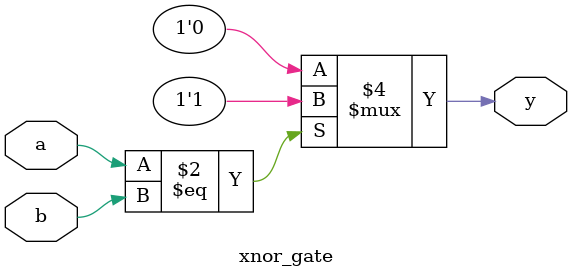
<source format=v>
`timescale 1ns / 1ps
/*module xnor_gate(input a,b,output y);
xnor(y,a,b);
endmodule

//data flow modelling 
module xnor_gate(input a,b,output y);
assign y=~(a^b); 
endmodule*/

//behavioral modelling
module xnor_gate(input a,b,output reg y);
always@(a,b)
begin
if(a==b) 
y=1'b1;
else
y=1'b0;
end
endmodule 



</source>
